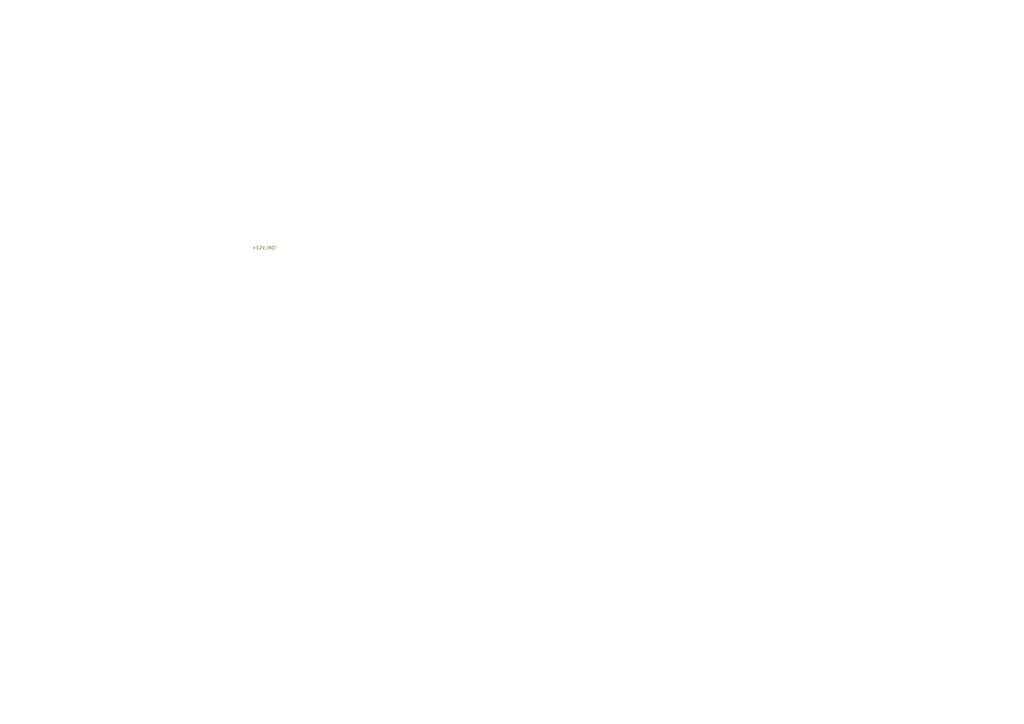
<source format=kicad_sch>
(kicad_sch
	(version 20250114)
	(generator "eeschema")
	(generator_version "9.0")
	(uuid "072e3ebc-5baf-4cda-a8f3-c0f2a1d90f2f")
	(paper "A3")
	(title_block
		(title "BMC Reference Carrier Board")
		(rev "1.0.0")
	)
	(lib_symbols)
	(hierarchical_label "+12V_IN"
		(shape input)
		(at 113.03 101.6 180)
		(effects
			(font
				(size 1.27 1.27)
			)
			(justify right)
		)
		(uuid "3ed660c0-58ea-497e-96bd-43174cf573cd")
	)
)

</source>
